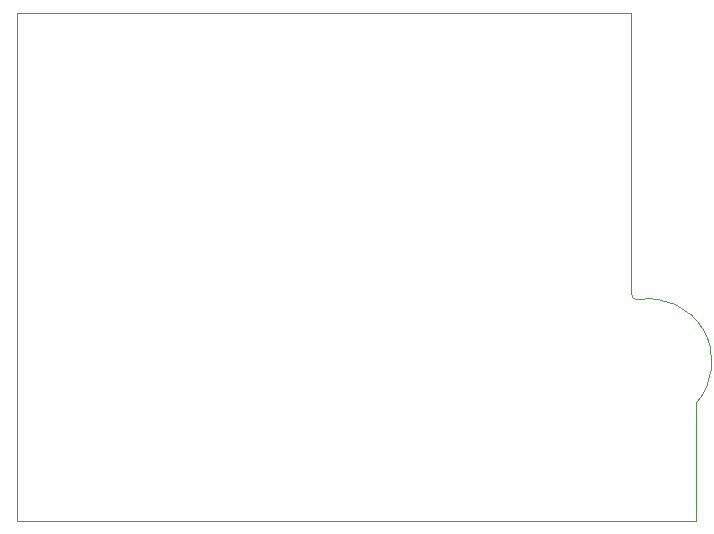
<source format=gbr>
G04 #@! TF.GenerationSoftware,KiCad,Pcbnew,(5.1.5)-3*
G04 #@! TF.CreationDate,2020-02-12T21:54:59-05:00*
G04 #@! TF.ProjectId,BGM210P_Proto,42474d32-3130-4505-9f50-726f746f2e6b,rev?*
G04 #@! TF.SameCoordinates,Original*
G04 #@! TF.FileFunction,Profile,NP*
%FSLAX46Y46*%
G04 Gerber Fmt 4.6, Leading zero omitted, Abs format (unit mm)*
G04 Created by KiCad (PCBNEW (5.1.5)-3) date 2020-02-12 21:54:59*
%MOMM*%
%LPD*%
G04 APERTURE LIST*
%ADD10C,0.050000*%
G04 APERTURE END LIST*
D10*
X199473820Y-104281214D02*
G75*
G02X198999220Y-103781860I25400J499354D01*
G01*
X199473764Y-104280868D02*
G75*
G02X204470000Y-113040000I1026236J-5219132D01*
G01*
X204500000Y-123000000D02*
X204470000Y-113040000D01*
X147000000Y-123000000D02*
X204500000Y-123000000D01*
X147000000Y-80000000D02*
X147000000Y-123000000D01*
X199000000Y-80000000D02*
X198999220Y-103781860D01*
X147000000Y-80000000D02*
X199000000Y-80000000D01*
M02*

</source>
